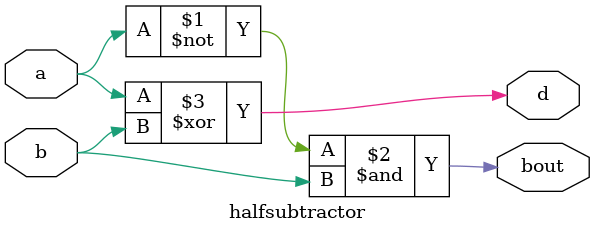
<source format=v>
module halfsubtractor(a,b,bout,d);
  input a,b;
  output bout,d;
  assign bout=~a&b;
  assign d=a^b;
endmodule

</source>
